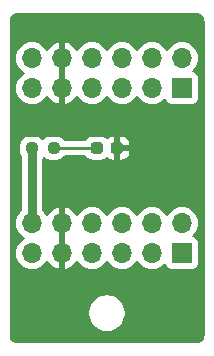
<source format=gtl>
G04 #@! TF.GenerationSoftware,KiCad,Pcbnew,7.0.11-7.0.11~ubuntu20.04.1*
G04 #@! TF.CreationDate,2024-08-20T20:37:43+02:00*
G04 #@! TF.ProjectId,kicad-pmod-ext,6b696361-642d-4706-9d6f-642d6578742e,1.0*
G04 #@! TF.SameCoordinates,Original*
G04 #@! TF.FileFunction,Copper,L1,Top*
G04 #@! TF.FilePolarity,Positive*
%FSLAX46Y46*%
G04 Gerber Fmt 4.6, Leading zero omitted, Abs format (unit mm)*
G04 Created by KiCad (PCBNEW 7.0.11-7.0.11~ubuntu20.04.1) date 2024-08-20 20:37:43*
%MOMM*%
%LPD*%
G01*
G04 APERTURE LIST*
G04 Aperture macros list*
%AMRoundRect*
0 Rectangle with rounded corners*
0 $1 Rounding radius*
0 $2 $3 $4 $5 $6 $7 $8 $9 X,Y pos of 4 corners*
0 Add a 4 corners polygon primitive as box body*
4,1,4,$2,$3,$4,$5,$6,$7,$8,$9,$2,$3,0*
0 Add four circle primitives for the rounded corners*
1,1,$1+$1,$2,$3*
1,1,$1+$1,$4,$5*
1,1,$1+$1,$6,$7*
1,1,$1+$1,$8,$9*
0 Add four rect primitives between the rounded corners*
20,1,$1+$1,$2,$3,$4,$5,0*
20,1,$1+$1,$4,$5,$6,$7,0*
20,1,$1+$1,$6,$7,$8,$9,0*
20,1,$1+$1,$8,$9,$2,$3,0*%
G04 Aperture macros list end*
G04 #@! TA.AperFunction,ComponentPad*
%ADD10R,1.700000X1.700000*%
G04 #@! TD*
G04 #@! TA.AperFunction,ComponentPad*
%ADD11O,1.700000X1.700000*%
G04 #@! TD*
G04 #@! TA.AperFunction,SMDPad,CuDef*
%ADD12RoundRect,0.237500X-0.250000X-0.237500X0.250000X-0.237500X0.250000X0.237500X-0.250000X0.237500X0*%
G04 #@! TD*
G04 #@! TA.AperFunction,SMDPad,CuDef*
%ADD13RoundRect,0.237500X0.287500X0.237500X-0.287500X0.237500X-0.287500X-0.237500X0.287500X-0.237500X0*%
G04 #@! TD*
G04 #@! TA.AperFunction,Conductor*
%ADD14C,0.250000*%
G04 #@! TD*
G04 #@! TA.AperFunction,Conductor*
%ADD15C,0.750000*%
G04 #@! TD*
G04 APERTURE END LIST*
D10*
X127000000Y-76200000D03*
D11*
X127000000Y-73660000D03*
X124460000Y-76200000D03*
X124460000Y-73660000D03*
X121920000Y-76200000D03*
X121920000Y-73660000D03*
X119380000Y-76200000D03*
X119380000Y-73660000D03*
X116840000Y-76200000D03*
X116840000Y-73660000D03*
X114300000Y-76200000D03*
X114300000Y-73660000D03*
D12*
X114300000Y-81280000D03*
X116125000Y-81280000D03*
D10*
X127000000Y-90170000D03*
D11*
X127000000Y-87630000D03*
X124460000Y-90170000D03*
X124460000Y-87630000D03*
X121920000Y-90170000D03*
X121920000Y-87630000D03*
X119380000Y-90170000D03*
X119380000Y-87630000D03*
X116840000Y-90170000D03*
X116840000Y-87630000D03*
X114300000Y-90170000D03*
X114300000Y-87630000D03*
D13*
X121525000Y-81280000D03*
X119775000Y-81280000D03*
D14*
X119775000Y-81280000D02*
X116125000Y-81280000D01*
D15*
X114300000Y-81280000D02*
X114300000Y-87630000D01*
G04 #@! TA.AperFunction,Conductor*
G36*
X117090000Y-89734498D02*
G01*
X116982315Y-89685320D01*
X116875763Y-89670000D01*
X116804237Y-89670000D01*
X116697685Y-89685320D01*
X116590000Y-89734498D01*
X116590000Y-88065501D01*
X116697685Y-88114680D01*
X116804237Y-88130000D01*
X116875763Y-88130000D01*
X116982315Y-88114680D01*
X117090000Y-88065501D01*
X117090000Y-89734498D01*
G37*
G04 #@! TD.AperFunction*
G04 #@! TA.AperFunction,Conductor*
G36*
X117090000Y-75764498D02*
G01*
X116982315Y-75715320D01*
X116875763Y-75700000D01*
X116804237Y-75700000D01*
X116697685Y-75715320D01*
X116590000Y-75764498D01*
X116590000Y-74095501D01*
X116697685Y-74144680D01*
X116804237Y-74160000D01*
X116875763Y-74160000D01*
X116982315Y-74144680D01*
X117090000Y-74095501D01*
X117090000Y-75764498D01*
G37*
G04 #@! TD.AperFunction*
G04 #@! TA.AperFunction,Conductor*
G36*
X128276912Y-69851278D02*
G01*
X128295299Y-69853350D01*
X128297404Y-69853607D01*
X128408499Y-69868233D01*
X128433249Y-69874126D01*
X128475803Y-69889017D01*
X128482255Y-69891480D01*
X128555533Y-69921833D01*
X128574028Y-69931387D01*
X128616975Y-69958372D01*
X128626481Y-69964985D01*
X128685274Y-70010098D01*
X128697469Y-70020793D01*
X128734205Y-70057529D01*
X128744900Y-70069724D01*
X128790013Y-70128517D01*
X128796630Y-70138029D01*
X128823607Y-70180962D01*
X128833172Y-70199478D01*
X128863510Y-70272722D01*
X128865990Y-70279219D01*
X128880869Y-70321740D01*
X128886767Y-70346510D01*
X128901381Y-70457517D01*
X128901661Y-70459801D01*
X128903720Y-70478085D01*
X128904500Y-70491959D01*
X128904500Y-97148039D01*
X128903721Y-97161915D01*
X128902239Y-97175065D01*
X128901662Y-97180186D01*
X128901381Y-97182481D01*
X128886767Y-97293488D01*
X128880869Y-97318258D01*
X128865990Y-97360779D01*
X128863510Y-97367276D01*
X128833172Y-97440520D01*
X128823604Y-97459042D01*
X128796630Y-97501969D01*
X128790013Y-97511481D01*
X128744900Y-97570274D01*
X128734205Y-97582469D01*
X128697469Y-97619205D01*
X128685274Y-97629900D01*
X128626481Y-97675013D01*
X128616969Y-97681630D01*
X128574042Y-97708604D01*
X128555520Y-97718172D01*
X128482276Y-97748510D01*
X128475779Y-97750990D01*
X128433258Y-97765869D01*
X128408488Y-97771767D01*
X128297481Y-97786381D01*
X128295187Y-97786662D01*
X128292503Y-97786964D01*
X128276914Y-97788720D01*
X128263040Y-97789500D01*
X113036960Y-97789500D01*
X113023083Y-97788720D01*
X113008203Y-97787044D01*
X113004813Y-97786662D01*
X113002517Y-97786381D01*
X112891510Y-97771767D01*
X112866740Y-97765869D01*
X112824219Y-97750990D01*
X112817722Y-97748510D01*
X112767748Y-97727810D01*
X112744475Y-97718170D01*
X112725962Y-97708607D01*
X112683029Y-97681630D01*
X112673517Y-97675013D01*
X112614724Y-97629900D01*
X112602529Y-97619205D01*
X112565793Y-97582469D01*
X112555098Y-97570274D01*
X112509985Y-97511481D01*
X112503368Y-97501969D01*
X112476387Y-97459028D01*
X112466833Y-97440533D01*
X112436480Y-97367255D01*
X112434017Y-97360803D01*
X112419126Y-97318249D01*
X112413233Y-97293499D01*
X112398607Y-97182404D01*
X112398350Y-97180299D01*
X112396278Y-97161912D01*
X112395500Y-97148037D01*
X112395500Y-95374334D01*
X119149500Y-95374334D01*
X119190429Y-95619616D01*
X119271169Y-95854802D01*
X119271172Y-95854811D01*
X119389524Y-96073506D01*
X119389526Y-96073509D01*
X119542262Y-96269744D01*
X119701744Y-96416557D01*
X119725217Y-96438166D01*
X119933393Y-96574173D01*
X120161118Y-96674063D01*
X120402175Y-96735107D01*
X120402179Y-96735108D01*
X120402181Y-96735108D01*
X120402186Y-96735109D01*
X120555589Y-96747819D01*
X120587933Y-96750500D01*
X120587937Y-96750500D01*
X120712063Y-96750500D01*
X120712067Y-96750500D01*
X120774677Y-96745311D01*
X120897813Y-96735109D01*
X120897816Y-96735108D01*
X120897821Y-96735108D01*
X121138881Y-96674063D01*
X121366607Y-96574173D01*
X121574785Y-96438164D01*
X121757738Y-96269744D01*
X121910474Y-96073509D01*
X122028828Y-95854810D01*
X122109571Y-95619614D01*
X122150500Y-95374335D01*
X122150500Y-95125665D01*
X122109571Y-94880386D01*
X122028828Y-94645190D01*
X121910474Y-94426491D01*
X121757738Y-94230256D01*
X121574785Y-94061836D01*
X121574782Y-94061833D01*
X121366606Y-93925826D01*
X121138881Y-93825936D01*
X120897824Y-93764892D01*
X120897813Y-93764890D01*
X120712077Y-93749500D01*
X120712067Y-93749500D01*
X120587933Y-93749500D01*
X120587922Y-93749500D01*
X120402186Y-93764890D01*
X120402175Y-93764892D01*
X120161118Y-93825936D01*
X119933393Y-93925826D01*
X119725217Y-94061833D01*
X119542261Y-94230257D01*
X119389524Y-94426493D01*
X119271172Y-94645188D01*
X119271169Y-94645197D01*
X119190429Y-94880383D01*
X119149500Y-95125665D01*
X119149500Y-95374334D01*
X112395500Y-95374334D01*
X112395500Y-90170000D01*
X112944341Y-90170000D01*
X112964936Y-90405403D01*
X112964938Y-90405413D01*
X113026094Y-90633655D01*
X113026096Y-90633659D01*
X113026097Y-90633663D01*
X113105801Y-90804588D01*
X113125965Y-90847830D01*
X113125967Y-90847834D01*
X113234281Y-91002521D01*
X113261505Y-91041401D01*
X113428599Y-91208495D01*
X113525384Y-91276265D01*
X113622165Y-91344032D01*
X113622167Y-91344033D01*
X113622170Y-91344035D01*
X113836337Y-91443903D01*
X114064592Y-91505063D01*
X114241034Y-91520500D01*
X114299999Y-91525659D01*
X114300000Y-91525659D01*
X114300001Y-91525659D01*
X114358966Y-91520500D01*
X114535408Y-91505063D01*
X114763663Y-91443903D01*
X114977830Y-91344035D01*
X115171401Y-91208495D01*
X115338495Y-91041401D01*
X115468730Y-90855405D01*
X115523307Y-90811781D01*
X115592805Y-90804587D01*
X115655160Y-90836110D01*
X115671879Y-90855405D01*
X115801890Y-91041078D01*
X115968917Y-91208105D01*
X116162421Y-91343600D01*
X116376507Y-91443429D01*
X116376516Y-91443433D01*
X116590000Y-91500634D01*
X116590000Y-90605501D01*
X116697685Y-90654680D01*
X116804237Y-90670000D01*
X116875763Y-90670000D01*
X116982315Y-90654680D01*
X117090000Y-90605501D01*
X117090000Y-91500633D01*
X117303483Y-91443433D01*
X117303492Y-91443429D01*
X117517578Y-91343600D01*
X117711082Y-91208105D01*
X117878105Y-91041082D01*
X118008119Y-90855405D01*
X118062696Y-90811781D01*
X118132195Y-90804588D01*
X118194549Y-90836110D01*
X118211269Y-90855405D01*
X118341505Y-91041401D01*
X118508599Y-91208495D01*
X118605384Y-91276265D01*
X118702165Y-91344032D01*
X118702167Y-91344033D01*
X118702170Y-91344035D01*
X118916337Y-91443903D01*
X119144592Y-91505063D01*
X119321034Y-91520500D01*
X119379999Y-91525659D01*
X119380000Y-91525659D01*
X119380001Y-91525659D01*
X119438966Y-91520500D01*
X119615408Y-91505063D01*
X119843663Y-91443903D01*
X120057830Y-91344035D01*
X120251401Y-91208495D01*
X120418495Y-91041401D01*
X120548425Y-90855842D01*
X120603002Y-90812217D01*
X120672500Y-90805023D01*
X120734855Y-90836546D01*
X120751575Y-90855842D01*
X120881500Y-91041395D01*
X120881505Y-91041401D01*
X121048599Y-91208495D01*
X121145384Y-91276265D01*
X121242165Y-91344032D01*
X121242167Y-91344033D01*
X121242170Y-91344035D01*
X121456337Y-91443903D01*
X121684592Y-91505063D01*
X121861034Y-91520500D01*
X121919999Y-91525659D01*
X121920000Y-91525659D01*
X121920001Y-91525659D01*
X121978966Y-91520500D01*
X122155408Y-91505063D01*
X122383663Y-91443903D01*
X122597830Y-91344035D01*
X122791401Y-91208495D01*
X122958495Y-91041401D01*
X123088425Y-90855842D01*
X123143002Y-90812217D01*
X123212500Y-90805023D01*
X123274855Y-90836546D01*
X123291575Y-90855842D01*
X123421500Y-91041395D01*
X123421505Y-91041401D01*
X123588599Y-91208495D01*
X123685384Y-91276265D01*
X123782165Y-91344032D01*
X123782167Y-91344033D01*
X123782170Y-91344035D01*
X123996337Y-91443903D01*
X124224592Y-91505063D01*
X124401034Y-91520500D01*
X124459999Y-91525659D01*
X124460000Y-91525659D01*
X124460001Y-91525659D01*
X124518966Y-91520500D01*
X124695408Y-91505063D01*
X124923663Y-91443903D01*
X125137830Y-91344035D01*
X125331401Y-91208495D01*
X125453329Y-91086566D01*
X125514648Y-91053084D01*
X125584340Y-91058068D01*
X125640274Y-91099939D01*
X125657189Y-91130917D01*
X125706202Y-91262328D01*
X125706206Y-91262335D01*
X125792452Y-91377544D01*
X125792455Y-91377547D01*
X125907664Y-91463793D01*
X125907671Y-91463797D01*
X126042517Y-91514091D01*
X126042516Y-91514091D01*
X126049444Y-91514835D01*
X126102127Y-91520500D01*
X127897872Y-91520499D01*
X127957483Y-91514091D01*
X128092331Y-91463796D01*
X128207546Y-91377546D01*
X128293796Y-91262331D01*
X128344091Y-91127483D01*
X128350500Y-91067873D01*
X128350499Y-89272128D01*
X128344091Y-89212517D01*
X128342810Y-89209083D01*
X128293797Y-89077671D01*
X128293793Y-89077664D01*
X128207547Y-88962455D01*
X128207544Y-88962452D01*
X128092335Y-88876206D01*
X128092328Y-88876202D01*
X127960917Y-88827189D01*
X127904983Y-88785318D01*
X127880566Y-88719853D01*
X127895418Y-88651580D01*
X127916563Y-88623332D01*
X128038495Y-88501401D01*
X128174035Y-88307830D01*
X128273903Y-88093663D01*
X128335063Y-87865408D01*
X128355659Y-87630000D01*
X128335063Y-87394592D01*
X128273903Y-87166337D01*
X128174035Y-86952171D01*
X128168731Y-86944595D01*
X128038494Y-86758597D01*
X127871402Y-86591506D01*
X127871395Y-86591501D01*
X127677834Y-86455967D01*
X127677830Y-86455965D01*
X127677828Y-86455964D01*
X127463663Y-86356097D01*
X127463659Y-86356096D01*
X127463655Y-86356094D01*
X127235413Y-86294938D01*
X127235403Y-86294936D01*
X127000001Y-86274341D01*
X126999999Y-86274341D01*
X126764596Y-86294936D01*
X126764586Y-86294938D01*
X126536344Y-86356094D01*
X126536335Y-86356098D01*
X126322171Y-86455964D01*
X126322169Y-86455965D01*
X126128597Y-86591505D01*
X125961505Y-86758597D01*
X125831575Y-86944158D01*
X125776998Y-86987783D01*
X125707500Y-86994977D01*
X125645145Y-86963454D01*
X125628425Y-86944158D01*
X125498494Y-86758597D01*
X125331402Y-86591506D01*
X125331395Y-86591501D01*
X125137834Y-86455967D01*
X125137830Y-86455965D01*
X125137828Y-86455964D01*
X124923663Y-86356097D01*
X124923659Y-86356096D01*
X124923655Y-86356094D01*
X124695413Y-86294938D01*
X124695403Y-86294936D01*
X124460001Y-86274341D01*
X124459999Y-86274341D01*
X124224596Y-86294936D01*
X124224586Y-86294938D01*
X123996344Y-86356094D01*
X123996335Y-86356098D01*
X123782171Y-86455964D01*
X123782169Y-86455965D01*
X123588597Y-86591505D01*
X123421505Y-86758597D01*
X123291575Y-86944158D01*
X123236998Y-86987783D01*
X123167500Y-86994977D01*
X123105145Y-86963454D01*
X123088425Y-86944158D01*
X122958494Y-86758597D01*
X122791402Y-86591506D01*
X122791395Y-86591501D01*
X122597834Y-86455967D01*
X122597830Y-86455965D01*
X122597828Y-86455964D01*
X122383663Y-86356097D01*
X122383659Y-86356096D01*
X122383655Y-86356094D01*
X122155413Y-86294938D01*
X122155403Y-86294936D01*
X121920001Y-86274341D01*
X121919999Y-86274341D01*
X121684596Y-86294936D01*
X121684586Y-86294938D01*
X121456344Y-86356094D01*
X121456335Y-86356098D01*
X121242171Y-86455964D01*
X121242169Y-86455965D01*
X121048597Y-86591505D01*
X120881505Y-86758597D01*
X120751575Y-86944158D01*
X120696998Y-86987783D01*
X120627500Y-86994977D01*
X120565145Y-86963454D01*
X120548425Y-86944158D01*
X120418494Y-86758597D01*
X120251402Y-86591506D01*
X120251395Y-86591501D01*
X120057834Y-86455967D01*
X120057830Y-86455965D01*
X120057828Y-86455964D01*
X119843663Y-86356097D01*
X119843659Y-86356096D01*
X119843655Y-86356094D01*
X119615413Y-86294938D01*
X119615403Y-86294936D01*
X119380001Y-86274341D01*
X119379999Y-86274341D01*
X119144596Y-86294936D01*
X119144586Y-86294938D01*
X118916344Y-86356094D01*
X118916335Y-86356098D01*
X118702171Y-86455964D01*
X118702169Y-86455965D01*
X118508597Y-86591505D01*
X118341508Y-86758594D01*
X118211269Y-86944595D01*
X118156692Y-86988219D01*
X118087193Y-86995412D01*
X118024839Y-86963890D01*
X118008119Y-86944594D01*
X117878113Y-86758926D01*
X117878108Y-86758920D01*
X117711082Y-86591894D01*
X117517578Y-86456399D01*
X117303492Y-86356570D01*
X117303486Y-86356567D01*
X117090000Y-86299364D01*
X117090000Y-87194498D01*
X116982315Y-87145320D01*
X116875763Y-87130000D01*
X116804237Y-87130000D01*
X116697685Y-87145320D01*
X116590000Y-87194498D01*
X116590000Y-86299364D01*
X116589999Y-86299364D01*
X116376513Y-86356567D01*
X116376507Y-86356570D01*
X116162422Y-86456399D01*
X116162420Y-86456400D01*
X115968926Y-86591886D01*
X115968920Y-86591891D01*
X115801891Y-86758920D01*
X115801890Y-86758922D01*
X115671880Y-86944595D01*
X115617303Y-86988219D01*
X115547804Y-86995412D01*
X115485450Y-86963890D01*
X115468730Y-86944594D01*
X115338494Y-86758597D01*
X115211819Y-86631922D01*
X115178334Y-86570599D01*
X115175500Y-86544241D01*
X115175500Y-82161052D01*
X115195185Y-82094013D01*
X115247989Y-82048258D01*
X115317147Y-82038314D01*
X115380703Y-82067339D01*
X115387181Y-82073371D01*
X115414150Y-82100340D01*
X115560984Y-82190908D01*
X115724747Y-82245174D01*
X115825823Y-82255500D01*
X116424176Y-82255499D01*
X116424184Y-82255498D01*
X116424187Y-82255498D01*
X116479530Y-82249844D01*
X116525253Y-82245174D01*
X116689016Y-82190908D01*
X116835850Y-82100340D01*
X116957840Y-81978350D01*
X116966442Y-81964404D01*
X117018390Y-81917679D01*
X117071981Y-81905500D01*
X118790519Y-81905500D01*
X118857558Y-81925185D01*
X118896058Y-81964404D01*
X118904660Y-81978350D01*
X119026650Y-82100340D01*
X119173484Y-82190908D01*
X119337247Y-82245174D01*
X119438323Y-82255500D01*
X120111676Y-82255499D01*
X120111684Y-82255498D01*
X120111687Y-82255498D01*
X120167030Y-82249844D01*
X120212753Y-82245174D01*
X120376516Y-82190908D01*
X120523350Y-82100340D01*
X120562673Y-82061016D01*
X120623994Y-82027532D01*
X120693685Y-82032516D01*
X120738034Y-82061017D01*
X120776961Y-82099944D01*
X120776965Y-82099947D01*
X120923688Y-82190448D01*
X120923699Y-82190453D01*
X121087347Y-82244680D01*
X121188351Y-82254999D01*
X121275000Y-82254998D01*
X121275000Y-81530000D01*
X121775000Y-81530000D01*
X121775000Y-82254999D01*
X121861640Y-82254999D01*
X121861654Y-82254998D01*
X121962652Y-82244680D01*
X122126300Y-82190453D01*
X122126311Y-82190448D01*
X122273034Y-82099947D01*
X122273038Y-82099944D01*
X122394944Y-81978038D01*
X122394947Y-81978034D01*
X122485448Y-81831311D01*
X122485453Y-81831300D01*
X122539680Y-81667652D01*
X122549999Y-81566654D01*
X122550000Y-81566641D01*
X122550000Y-81530000D01*
X121775000Y-81530000D01*
X121275000Y-81530000D01*
X121275000Y-80305000D01*
X121775000Y-80305000D01*
X121775000Y-81030000D01*
X122549999Y-81030000D01*
X122549999Y-80993360D01*
X122549998Y-80993345D01*
X122539680Y-80892347D01*
X122485453Y-80728699D01*
X122485448Y-80728688D01*
X122394947Y-80581965D01*
X122394944Y-80581961D01*
X122273038Y-80460055D01*
X122273034Y-80460052D01*
X122126311Y-80369551D01*
X122126300Y-80369546D01*
X121962652Y-80315319D01*
X121861654Y-80305000D01*
X121775000Y-80305000D01*
X121275000Y-80305000D01*
X121274999Y-80304999D01*
X121188360Y-80305000D01*
X121188343Y-80305001D01*
X121087347Y-80315319D01*
X120923699Y-80369546D01*
X120923688Y-80369551D01*
X120776965Y-80460052D01*
X120776961Y-80460055D01*
X120738033Y-80498983D01*
X120676710Y-80532468D01*
X120607018Y-80527482D01*
X120562672Y-80498982D01*
X120523351Y-80459661D01*
X120523350Y-80459660D01*
X120432129Y-80403395D01*
X120376518Y-80369093D01*
X120376513Y-80369091D01*
X120375069Y-80368612D01*
X120212753Y-80314826D01*
X120212751Y-80314825D01*
X120111678Y-80304500D01*
X119438330Y-80304500D01*
X119438312Y-80304501D01*
X119337247Y-80314825D01*
X119173484Y-80369092D01*
X119173481Y-80369093D01*
X119026648Y-80459661D01*
X118904660Y-80581649D01*
X118904659Y-80581651D01*
X118896058Y-80595596D01*
X118844110Y-80642321D01*
X118790519Y-80654500D01*
X117071981Y-80654500D01*
X117004942Y-80634815D01*
X116966442Y-80595596D01*
X116958034Y-80581965D01*
X116957840Y-80581650D01*
X116835850Y-80459660D01*
X116744629Y-80403395D01*
X116689018Y-80369093D01*
X116689013Y-80369091D01*
X116687569Y-80368612D01*
X116525253Y-80314826D01*
X116525251Y-80314825D01*
X116424178Y-80304500D01*
X115825830Y-80304500D01*
X115825812Y-80304501D01*
X115724747Y-80314825D01*
X115560984Y-80369092D01*
X115560981Y-80369093D01*
X115414148Y-80459661D01*
X115300181Y-80573629D01*
X115238858Y-80607114D01*
X115169166Y-80602130D01*
X115124819Y-80573629D01*
X115010851Y-80459661D01*
X115010850Y-80459660D01*
X114919629Y-80403395D01*
X114864018Y-80369093D01*
X114864013Y-80369091D01*
X114862569Y-80368612D01*
X114700253Y-80314826D01*
X114700251Y-80314825D01*
X114599178Y-80304500D01*
X114000830Y-80304500D01*
X114000812Y-80304501D01*
X113899747Y-80314825D01*
X113735984Y-80369092D01*
X113735981Y-80369093D01*
X113589148Y-80459661D01*
X113467161Y-80581648D01*
X113376593Y-80728481D01*
X113376591Y-80728486D01*
X113349219Y-80811088D01*
X113322326Y-80892247D01*
X113322326Y-80892248D01*
X113322325Y-80892248D01*
X113312000Y-80993315D01*
X113312000Y-81566669D01*
X113312001Y-81566687D01*
X113322325Y-81667752D01*
X113358609Y-81777249D01*
X113376520Y-81831300D01*
X113376592Y-81831515D01*
X113376596Y-81831524D01*
X113406038Y-81879256D01*
X113424500Y-81944353D01*
X113424500Y-86544241D01*
X113404815Y-86611280D01*
X113388181Y-86631922D01*
X113261505Y-86758597D01*
X113125965Y-86952169D01*
X113125964Y-86952171D01*
X113026098Y-87166335D01*
X113026094Y-87166344D01*
X112964938Y-87394586D01*
X112964936Y-87394596D01*
X112944341Y-87629999D01*
X112944341Y-87630000D01*
X112964936Y-87865403D01*
X112964938Y-87865413D01*
X113026094Y-88093655D01*
X113026096Y-88093659D01*
X113026097Y-88093663D01*
X113105801Y-88264588D01*
X113125965Y-88307830D01*
X113125967Y-88307834D01*
X113234281Y-88462521D01*
X113261504Y-88501400D01*
X113261506Y-88501402D01*
X113428597Y-88668493D01*
X113428603Y-88668498D01*
X113614158Y-88798425D01*
X113657783Y-88853002D01*
X113664977Y-88922500D01*
X113633454Y-88984855D01*
X113614158Y-89001575D01*
X113428597Y-89131505D01*
X113261505Y-89298597D01*
X113125965Y-89492169D01*
X113125964Y-89492171D01*
X113026098Y-89706335D01*
X113026094Y-89706344D01*
X112964938Y-89934586D01*
X112964936Y-89934596D01*
X112944341Y-90169999D01*
X112944341Y-90170000D01*
X112395500Y-90170000D01*
X112395500Y-76200000D01*
X112944341Y-76200000D01*
X112964936Y-76435403D01*
X112964938Y-76435413D01*
X113026094Y-76663655D01*
X113026096Y-76663659D01*
X113026097Y-76663663D01*
X113105801Y-76834588D01*
X113125965Y-76877830D01*
X113125967Y-76877834D01*
X113234281Y-77032521D01*
X113261505Y-77071401D01*
X113428599Y-77238495D01*
X113525384Y-77306265D01*
X113622165Y-77374032D01*
X113622167Y-77374033D01*
X113622170Y-77374035D01*
X113836337Y-77473903D01*
X114064592Y-77535063D01*
X114241034Y-77550500D01*
X114299999Y-77555659D01*
X114300000Y-77555659D01*
X114300001Y-77555659D01*
X114358966Y-77550500D01*
X114535408Y-77535063D01*
X114763663Y-77473903D01*
X114977830Y-77374035D01*
X115171401Y-77238495D01*
X115338495Y-77071401D01*
X115468730Y-76885405D01*
X115523307Y-76841781D01*
X115592805Y-76834587D01*
X115655160Y-76866110D01*
X115671879Y-76885405D01*
X115801890Y-77071078D01*
X115968917Y-77238105D01*
X116162421Y-77373600D01*
X116376507Y-77473429D01*
X116376516Y-77473433D01*
X116590000Y-77530634D01*
X116590000Y-76635501D01*
X116697685Y-76684680D01*
X116804237Y-76700000D01*
X116875763Y-76700000D01*
X116982315Y-76684680D01*
X117090000Y-76635501D01*
X117090000Y-77530633D01*
X117303483Y-77473433D01*
X117303492Y-77473429D01*
X117517578Y-77373600D01*
X117711082Y-77238105D01*
X117878105Y-77071082D01*
X118008119Y-76885405D01*
X118062696Y-76841781D01*
X118132195Y-76834588D01*
X118194549Y-76866110D01*
X118211269Y-76885405D01*
X118341505Y-77071401D01*
X118508599Y-77238495D01*
X118605384Y-77306265D01*
X118702165Y-77374032D01*
X118702167Y-77374033D01*
X118702170Y-77374035D01*
X118916337Y-77473903D01*
X119144592Y-77535063D01*
X119321034Y-77550500D01*
X119379999Y-77555659D01*
X119380000Y-77555659D01*
X119380001Y-77555659D01*
X119438966Y-77550500D01*
X119615408Y-77535063D01*
X119843663Y-77473903D01*
X120057830Y-77374035D01*
X120251401Y-77238495D01*
X120418495Y-77071401D01*
X120548425Y-76885842D01*
X120603002Y-76842217D01*
X120672500Y-76835023D01*
X120734855Y-76866546D01*
X120751575Y-76885842D01*
X120881500Y-77071395D01*
X120881505Y-77071401D01*
X121048599Y-77238495D01*
X121145384Y-77306265D01*
X121242165Y-77374032D01*
X121242167Y-77374033D01*
X121242170Y-77374035D01*
X121456337Y-77473903D01*
X121684592Y-77535063D01*
X121861034Y-77550500D01*
X121919999Y-77555659D01*
X121920000Y-77555659D01*
X121920001Y-77555659D01*
X121978966Y-77550500D01*
X122155408Y-77535063D01*
X122383663Y-77473903D01*
X122597830Y-77374035D01*
X122791401Y-77238495D01*
X122958495Y-77071401D01*
X123088425Y-76885842D01*
X123143002Y-76842217D01*
X123212500Y-76835023D01*
X123274855Y-76866546D01*
X123291575Y-76885842D01*
X123421500Y-77071395D01*
X123421505Y-77071401D01*
X123588599Y-77238495D01*
X123685384Y-77306265D01*
X123782165Y-77374032D01*
X123782167Y-77374033D01*
X123782170Y-77374035D01*
X123996337Y-77473903D01*
X124224592Y-77535063D01*
X124401034Y-77550500D01*
X124459999Y-77555659D01*
X124460000Y-77555659D01*
X124460001Y-77555659D01*
X124518966Y-77550500D01*
X124695408Y-77535063D01*
X124923663Y-77473903D01*
X125137830Y-77374035D01*
X125331401Y-77238495D01*
X125453329Y-77116566D01*
X125514648Y-77083084D01*
X125584340Y-77088068D01*
X125640274Y-77129939D01*
X125657189Y-77160917D01*
X125706202Y-77292328D01*
X125706206Y-77292335D01*
X125792452Y-77407544D01*
X125792455Y-77407547D01*
X125907664Y-77493793D01*
X125907671Y-77493797D01*
X126042517Y-77544091D01*
X126042516Y-77544091D01*
X126049444Y-77544835D01*
X126102127Y-77550500D01*
X127897872Y-77550499D01*
X127957483Y-77544091D01*
X128092331Y-77493796D01*
X128207546Y-77407546D01*
X128293796Y-77292331D01*
X128344091Y-77157483D01*
X128350500Y-77097873D01*
X128350499Y-75302128D01*
X128344091Y-75242517D01*
X128342810Y-75239083D01*
X128293797Y-75107671D01*
X128293793Y-75107664D01*
X128207547Y-74992455D01*
X128207544Y-74992452D01*
X128092335Y-74906206D01*
X128092328Y-74906202D01*
X127960917Y-74857189D01*
X127904983Y-74815318D01*
X127880566Y-74749853D01*
X127895418Y-74681580D01*
X127916563Y-74653332D01*
X128038495Y-74531401D01*
X128174035Y-74337830D01*
X128273903Y-74123663D01*
X128335063Y-73895408D01*
X128355659Y-73660000D01*
X128335063Y-73424592D01*
X128273903Y-73196337D01*
X128174035Y-72982171D01*
X128168731Y-72974595D01*
X128038494Y-72788597D01*
X127871402Y-72621506D01*
X127871395Y-72621501D01*
X127677834Y-72485967D01*
X127677830Y-72485965D01*
X127677828Y-72485964D01*
X127463663Y-72386097D01*
X127463659Y-72386096D01*
X127463655Y-72386094D01*
X127235413Y-72324938D01*
X127235403Y-72324936D01*
X127000001Y-72304341D01*
X126999999Y-72304341D01*
X126764596Y-72324936D01*
X126764586Y-72324938D01*
X126536344Y-72386094D01*
X126536335Y-72386098D01*
X126322171Y-72485964D01*
X126322169Y-72485965D01*
X126128597Y-72621505D01*
X125961505Y-72788597D01*
X125831575Y-72974158D01*
X125776998Y-73017783D01*
X125707500Y-73024977D01*
X125645145Y-72993454D01*
X125628425Y-72974158D01*
X125498494Y-72788597D01*
X125331402Y-72621506D01*
X125331395Y-72621501D01*
X125137834Y-72485967D01*
X125137830Y-72485965D01*
X125137828Y-72485964D01*
X124923663Y-72386097D01*
X124923659Y-72386096D01*
X124923655Y-72386094D01*
X124695413Y-72324938D01*
X124695403Y-72324936D01*
X124460001Y-72304341D01*
X124459999Y-72304341D01*
X124224596Y-72324936D01*
X124224586Y-72324938D01*
X123996344Y-72386094D01*
X123996335Y-72386098D01*
X123782171Y-72485964D01*
X123782169Y-72485965D01*
X123588597Y-72621505D01*
X123421505Y-72788597D01*
X123291575Y-72974158D01*
X123236998Y-73017783D01*
X123167500Y-73024977D01*
X123105145Y-72993454D01*
X123088425Y-72974158D01*
X122958494Y-72788597D01*
X122791402Y-72621506D01*
X122791395Y-72621501D01*
X122597834Y-72485967D01*
X122597830Y-72485965D01*
X122597828Y-72485964D01*
X122383663Y-72386097D01*
X122383659Y-72386096D01*
X122383655Y-72386094D01*
X122155413Y-72324938D01*
X122155403Y-72324936D01*
X121920001Y-72304341D01*
X121919999Y-72304341D01*
X121684596Y-72324936D01*
X121684586Y-72324938D01*
X121456344Y-72386094D01*
X121456335Y-72386098D01*
X121242171Y-72485964D01*
X121242169Y-72485965D01*
X121048597Y-72621505D01*
X120881505Y-72788597D01*
X120751575Y-72974158D01*
X120696998Y-73017783D01*
X120627500Y-73024977D01*
X120565145Y-72993454D01*
X120548425Y-72974158D01*
X120418494Y-72788597D01*
X120251402Y-72621506D01*
X120251395Y-72621501D01*
X120057834Y-72485967D01*
X120057830Y-72485965D01*
X120057828Y-72485964D01*
X119843663Y-72386097D01*
X119843659Y-72386096D01*
X119843655Y-72386094D01*
X119615413Y-72324938D01*
X119615403Y-72324936D01*
X119380001Y-72304341D01*
X119379999Y-72304341D01*
X119144596Y-72324936D01*
X119144586Y-72324938D01*
X118916344Y-72386094D01*
X118916335Y-72386098D01*
X118702171Y-72485964D01*
X118702169Y-72485965D01*
X118508597Y-72621505D01*
X118341508Y-72788594D01*
X118211269Y-72974595D01*
X118156692Y-73018219D01*
X118087193Y-73025412D01*
X118024839Y-72993890D01*
X118008119Y-72974594D01*
X117878113Y-72788926D01*
X117878108Y-72788920D01*
X117711082Y-72621894D01*
X117517578Y-72486399D01*
X117303492Y-72386570D01*
X117303486Y-72386567D01*
X117090000Y-72329364D01*
X117090000Y-73224498D01*
X116982315Y-73175320D01*
X116875763Y-73160000D01*
X116804237Y-73160000D01*
X116697685Y-73175320D01*
X116590000Y-73224498D01*
X116590000Y-72329364D01*
X116589999Y-72329364D01*
X116376513Y-72386567D01*
X116376507Y-72386570D01*
X116162422Y-72486399D01*
X116162420Y-72486400D01*
X115968926Y-72621886D01*
X115968920Y-72621891D01*
X115801891Y-72788920D01*
X115801890Y-72788922D01*
X115671880Y-72974595D01*
X115617303Y-73018219D01*
X115547804Y-73025412D01*
X115485450Y-72993890D01*
X115468730Y-72974594D01*
X115338494Y-72788597D01*
X115171402Y-72621506D01*
X115171395Y-72621501D01*
X114977834Y-72485967D01*
X114977830Y-72485965D01*
X114977828Y-72485964D01*
X114763663Y-72386097D01*
X114763659Y-72386096D01*
X114763655Y-72386094D01*
X114535413Y-72324938D01*
X114535403Y-72324936D01*
X114300001Y-72304341D01*
X114299999Y-72304341D01*
X114064596Y-72324936D01*
X114064586Y-72324938D01*
X113836344Y-72386094D01*
X113836335Y-72386098D01*
X113622171Y-72485964D01*
X113622169Y-72485965D01*
X113428597Y-72621505D01*
X113261505Y-72788597D01*
X113125965Y-72982169D01*
X113125964Y-72982171D01*
X113026098Y-73196335D01*
X113026094Y-73196344D01*
X112964938Y-73424586D01*
X112964936Y-73424596D01*
X112944341Y-73659999D01*
X112944341Y-73660000D01*
X112964936Y-73895403D01*
X112964938Y-73895413D01*
X113026094Y-74123655D01*
X113026096Y-74123659D01*
X113026097Y-74123663D01*
X113105801Y-74294588D01*
X113125965Y-74337830D01*
X113125967Y-74337834D01*
X113234281Y-74492521D01*
X113261504Y-74531400D01*
X113261506Y-74531402D01*
X113428597Y-74698493D01*
X113428603Y-74698498D01*
X113614158Y-74828425D01*
X113657783Y-74883002D01*
X113664977Y-74952500D01*
X113633454Y-75014855D01*
X113614158Y-75031575D01*
X113428597Y-75161505D01*
X113261505Y-75328597D01*
X113125965Y-75522169D01*
X113125964Y-75522171D01*
X113026098Y-75736335D01*
X113026094Y-75736344D01*
X112964938Y-75964586D01*
X112964936Y-75964596D01*
X112944341Y-76199999D01*
X112944341Y-76200000D01*
X112395500Y-76200000D01*
X112395500Y-70491961D01*
X112396279Y-70478086D01*
X112396281Y-70478069D01*
X112398353Y-70459670D01*
X112398599Y-70457659D01*
X112413234Y-70346496D01*
X112419125Y-70321754D01*
X112434025Y-70279172D01*
X112436470Y-70272767D01*
X112466837Y-70199456D01*
X112476381Y-70180980D01*
X112503385Y-70138003D01*
X112509969Y-70128538D01*
X112555112Y-70069707D01*
X112565778Y-70057545D01*
X112602545Y-70020778D01*
X112614707Y-70010112D01*
X112673538Y-69964969D01*
X112683003Y-69958385D01*
X112725980Y-69931381D01*
X112744456Y-69921837D01*
X112817767Y-69891470D01*
X112824172Y-69889025D01*
X112866754Y-69874125D01*
X112891496Y-69868234D01*
X113002659Y-69853599D01*
X113004670Y-69853353D01*
X113021591Y-69851447D01*
X113023087Y-69851279D01*
X113036962Y-69850500D01*
X128263037Y-69850500D01*
X128276912Y-69851278D01*
G37*
G04 #@! TD.AperFunction*
M02*

</source>
